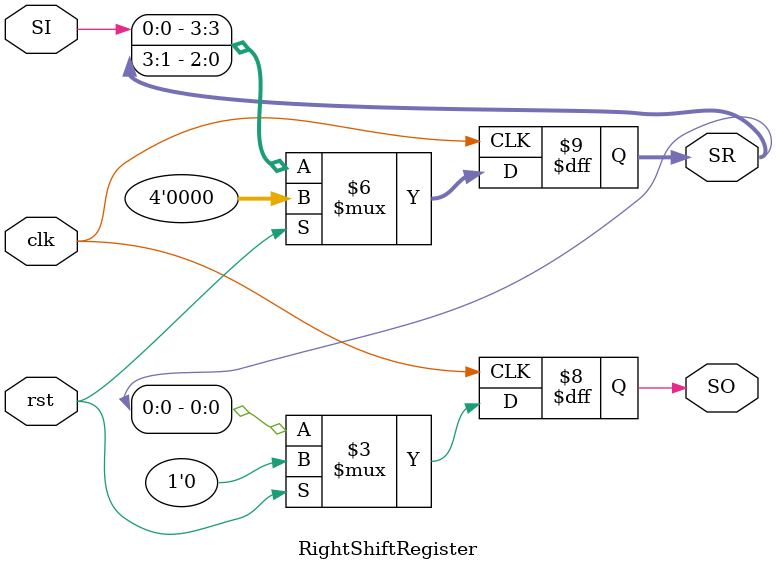
<source format=v>
module RightShiftRegister(
  
  input clk,
  input rst,
  input SI,
  output reg SO,
  output reg [3:0]SR
  
);
    
  always@(posedge clk)
    
    		begin
              
              if(rst)
                begin
                	SR<=4'b0;
              		SO<=1'b0;
                end
              
              else
                begin
                  	SR<={SI,SR[3:1]};
                  	SO<=SR[0];
                end
            end
    
endmodule
</source>
